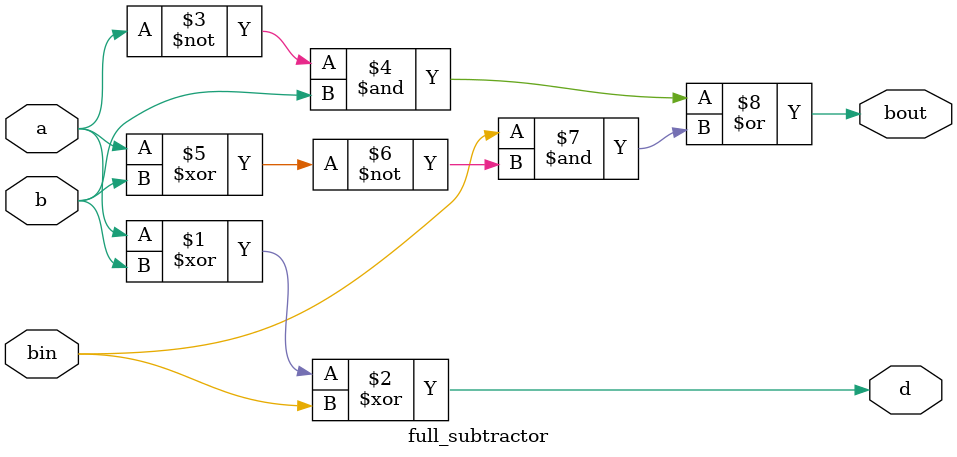
<source format=v>
`timescale 1ns / 1ps

module full_subtractor(a, b, bin, d, bout);
    input a, b, bin;
    output d, bout;
    
    assign d = a ^ b ^ bin;
    assign bout = (~a & b) | (bin & ~(a ^ b));
endmodule
</source>
